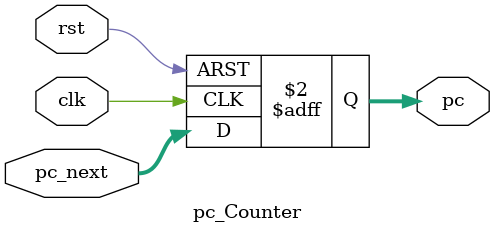
<source format=sv>

`ifndef PC_COUNTER
`define PC_COUNTER

module pc_Counter(pc_next,clk,rst,pc);

   //
   // ---------------- PARAMETER DECLARATIONS ----------------
   //
   parameter n = 32; 


   //
   // ---------------- PORT DEFINITIONS ----------------
   //
   input logic    [(n-1):0] pc_next; 
   input          clk, rst; 
   output logic   [(n-1):0] pc; 
   //
   // ---------------- MODULE DESIGN IMPLEMENTATION ----------------
   //

   always @ (posedge clk, posedge rst) begin

      if(rst)
      begin 
         pc <= 0; 
      end 
      else

      begin 
      pc <= pc_next; 
      end 
      
   end 
endmodule

`endif // EXAMPLE


</source>
